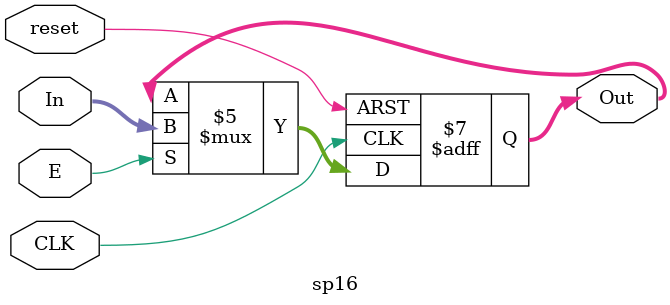
<source format=v>
module sp16(
	input [15:0] In,
	input [0:0] E,
	input [0:0] reset,
	input [0:0] CLK,
	output reg [15:0] Out
);


always @ (posedge CLK, posedge reset) begin //posedge reset
	if(reset==1'b1)
		Out <= 16'h02FE; 
	else if(E == 1'b1)
		Out <= In;
	else
		Out <= Out; 
end

endmodule
</source>
